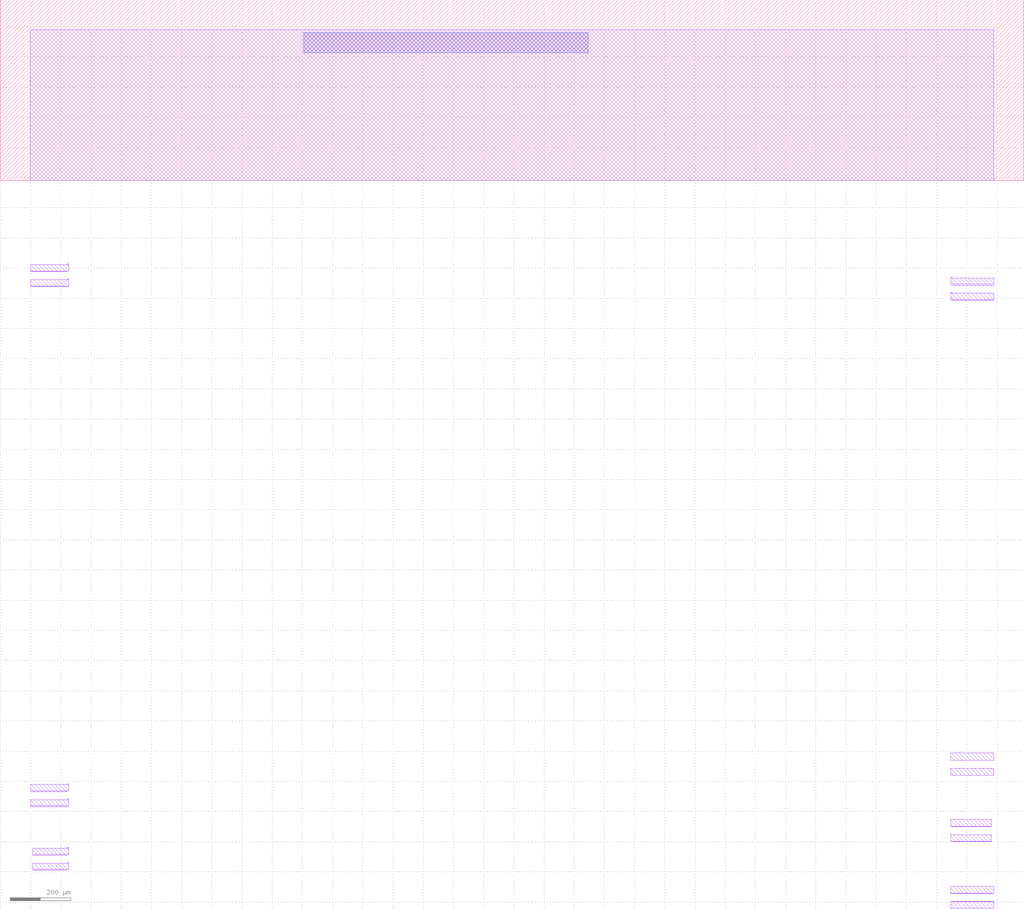
<source format=lef>
VERSION 5.7 ;
  NOWIREEXTENSIONATPIN ON ;
  DIVIDERCHAR "/" ;
  BUSBITCHARS "[]" ;
MACRO caravan_signal_routing
  CLASS BLOCK ;
  FOREIGN caravan_signal_routing ;
  ORIGIN -98.815 -4489.235 ;
  SIZE 3390.220 BY 600.000 ;
  OBS
      LAYER met3 ;
        RECT 198.820 4489.235 3389.030 4989.230 ;
        POLYGON 322.540 4214.800 322.540 4212.290 320.030 4212.290 ;
        RECT 322.540 4212.290 326.540 4214.800 ;
        RECT 199.500 4190.800 326.540 4212.290 ;
        RECT 199.500 4188.390 320.760 4190.800 ;
        POLYGON 320.760 4190.800 323.170 4190.800 320.760 4188.390 ;
        RECT 3246.540 4166.505 3250.540 4170.400 ;
        POLYGON 322.540 4164.800 322.540 4162.395 320.135 4162.395 ;
        RECT 322.540 4162.395 326.540 4164.800 ;
        RECT 199.500 4140.800 326.540 4162.395 ;
        RECT 3246.540 4146.400 3388.160 4166.505 ;
        RECT 3249.290 4142.605 3388.160 4146.400 ;
        RECT 249.460 4140.795 323.170 4140.800 ;
        RECT 199.500 4138.495 320.870 4140.795 ;
        POLYGON 320.870 4140.795 323.170 4140.795 320.870 4138.495 ;
        RECT 3246.540 4116.610 3250.540 4120.400 ;
        RECT 3246.540 4096.400 3388.160 4116.610 ;
        RECT 3249.290 4092.710 3388.160 4096.400 ;
        RECT 3246.540 2593.505 3250.540 2593.740 ;
        RECT 3246.540 2569.740 3388.160 2593.505 ;
        RECT 3250.290 2569.605 3335.580 2569.740 ;
        RECT 3246.540 2543.610 3250.540 2543.740 ;
        RECT 3246.540 2519.740 3388.160 2543.610 ;
        RECT 3250.330 2519.710 3335.620 2519.740 ;
        POLYGON 322.540 2492.030 322.540 2489.290 319.800 2489.290 ;
        RECT 322.540 2489.290 326.540 2492.030 ;
        RECT 199.500 2468.030 326.540 2489.290 ;
        RECT 199.500 2465.390 320.060 2468.030 ;
        POLYGON 320.060 2468.030 322.700 2468.030 320.060 2465.390 ;
        POLYGON 322.540 2442.025 322.540 2439.395 319.910 2439.395 ;
        RECT 322.540 2439.395 326.540 2442.030 ;
        RECT 199.500 2418.030 326.540 2439.395 ;
        RECT 199.500 2415.495 320.205 2418.030 ;
        POLYGON 320.205 2418.030 322.740 2418.030 320.205 2415.495 ;
        RECT 3246.540 2373.500 3250.540 2374.740 ;
        RECT 3246.540 2350.740 3380.890 2373.500 ;
        RECT 3250.210 2349.500 3380.890 2350.740 ;
        RECT 3246.540 2323.245 3250.540 2324.740 ;
        RECT 3246.540 2300.740 3380.890 2323.245 ;
        RECT 3250.210 2299.300 3380.890 2300.740 ;
        POLYGON 322.540 2282.030 322.540 2278.700 319.210 2278.700 ;
        RECT 322.540 2278.700 326.540 2282.030 ;
        RECT 207.000 2258.030 326.540 2278.700 ;
        RECT 207.000 2254.755 319.635 2258.030 ;
        POLYGON 319.635 2258.030 322.910 2258.030 319.635 2254.755 ;
        POLYGON 322.540 2232.030 322.540 2228.500 319.010 2228.500 ;
        RECT 322.540 2228.500 326.540 2232.030 ;
        RECT 207.000 2208.030 326.540 2228.500 ;
        RECT 207.000 2204.500 319.290 2208.030 ;
        POLYGON 319.290 2208.030 322.820 2208.030 319.290 2204.500 ;
        RECT 3250.340 2151.740 3388.380 2152.505 ;
        RECT 3246.540 2128.605 3388.380 2151.740 ;
        RECT 3246.540 2127.810 3385.120 2128.605 ;
        RECT 3246.540 2127.740 3250.540 2127.810 ;
        RECT 3250.290 2101.740 3388.380 2102.610 ;
        RECT 3246.540 2078.710 3388.380 2101.740 ;
        RECT 3246.540 2077.740 3250.540 2078.710 ;
      LAYER met4 ;
        RECT 1105.000 4913.590 2046.000 4980.100 ;
      LAYER met5 ;
        RECT 1105.000 4913.590 2046.000 4980.100 ;
  END
END caravan_signal_routing
END LIBRARY


</source>
